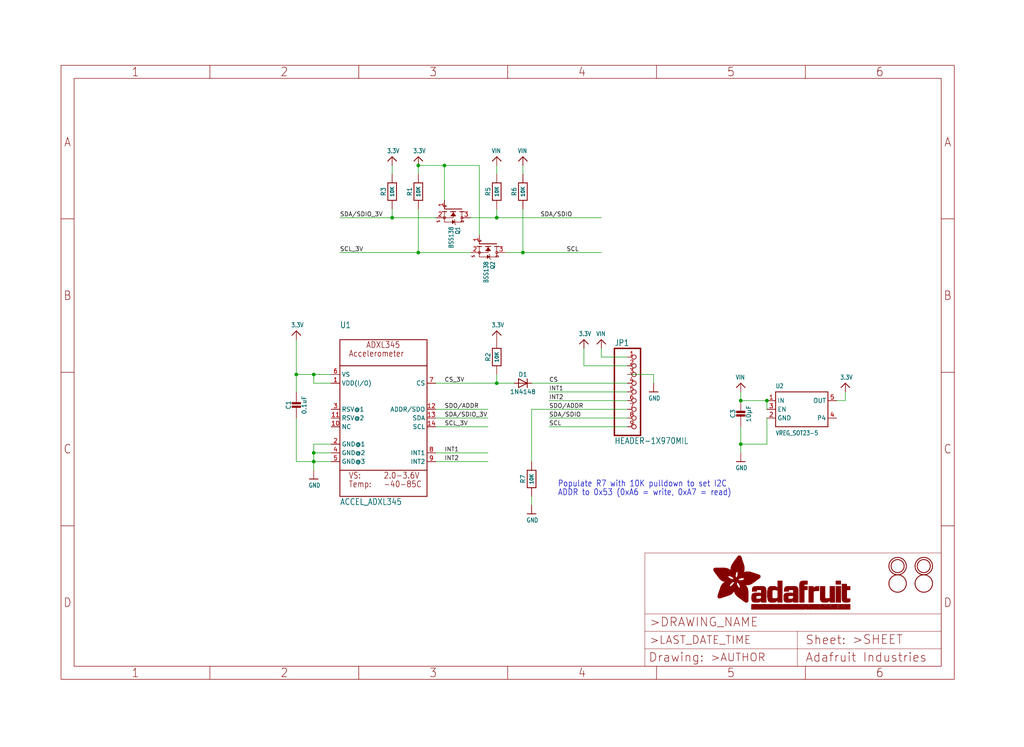
<source format=kicad_sch>
(kicad_sch (version 20211123) (generator eeschema)
  (paper "User" 298.45 217.881)
  (lib_symbols
    (symbol "schematicEagle-eagle-import:3.3V" (power)
      (property "Value" "3.3V" (at -1.524 1.016 0))
      (symbol "3.3V_1_0"
        (pin power_in line (at 0 -2.54 90) (length 2.54) (name "3.3V") (number "1"))
      )
    )
    (symbol "schematicEagle-eagle-import:ACCEL_ADXL345"
      (property "Reference" "U" (at -12.7 26.162 0))
      (property "Value" "ACCEL_ADXL345" (at -12.7 -25.4 0))
      (symbol "ACCEL_ADXL345_1_0"
        (text "-40-85C" (at 0 -20.32 0) (effects (font (size 1.778 1.5113)) (justify left bottom)))
        (text "2.0-3.6V" (at 0 -17.78 0) (effects (font (size 1.778 1.5113)) (justify left bottom)))
        (text "Accelerometer" (at -10.16 17.78 0) (effects (font (size 1.778 1.5113)) (justify left bottom)))
        (text "ADXL345" (at -5.08 20.32 0) (effects (font (size 1.778 1.5113)) (justify left bottom)))
        (text "Temp:" (at -10.16 -20.32 0) (effects (font (size 1.778 1.5113)) (justify left bottom)))
        (text "VS:" (at -10.16 -17.78 0) (effects (font (size 1.778 1.5113)) (justify left bottom)))
        (pin bidirectional line (at -15.24 10.16 0) (length 2.54) (name "VDD(I/O)") (number "1"))
        (pin bidirectional line (at -15.24 -2.54 0) (length 2.54) (name "NC") (number "10"))
        (pin bidirectional line (at -15.24 0 0) (length 2.54) (name "RSV@2") (number "11"))
        (pin bidirectional line (at 15.24 2.54 180) (length 2.54) (name "ADDR/SDO") (number "12"))
        (pin bidirectional line (at 15.24 0 180) (length 2.54) (name "SDA") (number "13"))
        (pin bidirectional line (at 15.24 -2.54 180) (length 2.54) (name "SCL") (number "14"))
        (pin bidirectional line (at -15.24 -7.62 0) (length 2.54) (name "GND@1") (number "2"))
        (pin bidirectional line (at -15.24 2.54 0) (length 2.54) (name "RSV@1") (number "3"))
        (pin bidirectional line (at -15.24 -10.16 0) (length 2.54) (name "GND@2") (number "4"))
        (pin bidirectional line (at -15.24 -12.7 0) (length 2.54) (name "GND@3") (number "5"))
        (pin bidirectional line (at -15.24 12.7 0) (length 2.54) (name "VS") (number "6"))
        (pin bidirectional line (at 15.24 10.16 180) (length 2.54) (name "CS") (number "7"))
        (pin bidirectional line (at 15.24 -10.16 180) (length 2.54) (name "INT1") (number "8"))
        (pin bidirectional line (at 15.24 -12.7 180) (length 2.54) (name "INT2") (number "9"))
      )
    )
    (symbol "schematicEagle-eagle-import:CAP_CERAMIC0805-NOOUTLINE"
      (property "Reference" "C" (at -2.29 1.25 90))
      (property "Value" "CAP_CERAMIC0805-NOOUTLINE" (at 2.3 1.25 90))
      (symbol "CAP_CERAMIC0805-NOOUTLINE_1_0"
        (pin passive line (at 0 5.08 270) (length 2.54) (name "1") (number "1"))
        (pin passive line (at 0 -2.54 90) (length 2.54) (name "2") (number "2"))
      )
    )
    (symbol "schematicEagle-eagle-import:DIODE_SOD323MINI"
      (property "Reference" "D" (at 0 2.54 0))
      (property "Value" "DIODE_SOD323MINI" (at 0 -2.5 0))
      (symbol "DIODE_SOD323MINI_1_0"
        (pin passive line (at -2.54 0 0) (length 2.54) (name "A") (number "A"))
        (pin passive line (at 2.54 0 180) (length 2.54) (name "C") (number "C"))
      )
    )
    (symbol "schematicEagle-eagle-import:FIDUCIAL")
    (symbol "schematicEagle-eagle-import:FRAME_A4_ADAFRUIT"
      (symbol "FRAME_A4_ADAFRUIT_0_0"
        (text "1" (at 21.6958 1.905 0) (effects (font (size 2.54 2.286))))
        (text "1" (at 21.6958 177.165 0) (effects (font (size 2.54 2.286))))
        (text "2" (at 65.0875 1.905 0) (effects (font (size 2.54 2.286))))
        (text "2" (at 65.0875 177.165 0) (effects (font (size 2.54 2.286))))
        (text "3" (at 108.4792 1.905 0) (effects (font (size 2.54 2.286))))
        (text "3" (at 108.4792 177.165 0) (effects (font (size 2.54 2.286))))
        (text "4" (at 151.8708 1.905 0) (effects (font (size 2.54 2.286))))
        (text "4" (at 151.8708 177.165 0) (effects (font (size 2.54 2.286))))
        (text "5" (at 195.2625 1.905 0) (effects (font (size 2.54 2.286))))
        (text "5" (at 195.2625 177.165 0) (effects (font (size 2.54 2.286))))
        (text "6" (at 238.6542 1.905 0) (effects (font (size 2.54 2.286))))
        (text "6" (at 238.6542 177.165 0) (effects (font (size 2.54 2.286))))
        (text "A" (at 1.905 156.6863 0) (effects (font (size 2.54 2.286))))
        (text "A" (at 258.445 156.6863 0) (effects (font (size 2.54 2.286))))
        (text "B" (at 1.905 111.9188 0) (effects (font (size 2.54 2.286))))
        (text "B" (at 258.445 111.9188 0) (effects (font (size 2.54 2.286))))
        (text "C" (at 1.905 67.1513 0) (effects (font (size 2.54 2.286))))
        (text "C" (at 258.445 67.1513 0) (effects (font (size 2.54 2.286))))
        (text "D" (at 1.905 22.3838 0) (effects (font (size 2.54 2.286))))
        (text "D" (at 258.445 22.3838 0) (effects (font (size 2.54 2.286))))
      )
      (symbol "FRAME_A4_ADAFRUIT_1_0"
        (text ">AUTHOR" (at 189.23 5.08 0) (effects (font (size 2.286 2.286)) (justify left bottom)))
        (text ">DRAWING_NAME" (at 171.45 15.24 0) (effects (font (size 2.54 2.54)) (justify left bottom)))
        (text ">LAST_DATE_TIME" (at 171.45 10.16 0) (effects (font (size 2.286 2.286)) (justify left bottom)))
        (text ">SHEET" (at 230.505 10.16 0) (effects (font (size 2.54 2.54)) (justify left bottom)))
        (text "Adafruit Industries" (at 216.916 4.953 0) (effects (font (size 2.54 2.54)) (justify left bottom)))
        (text "Drawing:" (at 171.196 4.953 0) (effects (font (size 2.54 2.54)) (justify left bottom)))
        (text "Sheet:" (at 216.916 10.033 0) (effects (font (size 2.54 2.54)) (justify left bottom)))
      )
    )
    (symbol "schematicEagle-eagle-import:GND" (power)
      (property "Value" "GND" (at -1.524 -2.54 0))
      (symbol "GND_1_0"
        (pin power_in line (at 0 2.54 270) (length 2.54) (name "GND") (number "1"))
      )
    )
    (symbol "schematicEagle-eagle-import:HEADER-1X970MIL"
      (property "Reference" "JP" (at -6.35 13.335 0))
      (property "Value" "HEADER-1X970MIL" (at -6.35 -15.24 0))
      (symbol "HEADER-1X970MIL_1_0"
        (pin passive inverted (at -2.54 10.16 0) (length 2.54) (name "1") (number "1"))
        (pin passive inverted (at -2.54 7.62 0) (length 2.54) (name "2") (number "2"))
        (pin passive inverted (at -2.54 5.08 0) (length 2.54) (name "3") (number "3"))
        (pin passive inverted (at -2.54 2.54 0) (length 2.54) (name "4") (number "4"))
        (pin passive inverted (at -2.54 0 0) (length 2.54) (name "5") (number "5"))
        (pin passive inverted (at -2.54 -2.54 0) (length 2.54) (name "6") (number "6"))
        (pin passive inverted (at -2.54 -5.08 0) (length 2.54) (name "7") (number "7"))
        (pin passive inverted (at -2.54 -7.62 0) (length 2.54) (name "8") (number "8"))
        (pin passive inverted (at -2.54 -10.16 0) (length 2.54) (name "9") (number "9"))
      )
    )
    (symbol "schematicEagle-eagle-import:MOSFET-NWIDE"
      (property "Reference" "Q" (at 5.08 0.635 0))
      (property "Value" "MOSFET-NWIDE" (at 5.08 -1.27 0))
      (symbol "MOSFET-NWIDE_1_0"
        (text "D" (at 3.175 3.175 0) (effects (font (size 0.8128 0.6908)) (justify left bottom)))
        (text "G" (at -1.27 -1.905 0) (effects (font (size 0.8128 0.6908)) (justify left bottom)))
        (text "S" (at 3.175 -3.81 0) (effects (font (size 0.8128 0.6908)) (justify left bottom)))
        (pin bidirectional line (at -2.54 -2.54 0) (length 2.54) (name "G") (number "1"))
        (pin bidirectional line (at 2.54 -5.08 90) (length 2.54) (name "S") (number "2"))
        (pin bidirectional line (at 2.54 5.08 270) (length 2.54) (name "D") (number "3"))
      )
    )
    (symbol "schematicEagle-eagle-import:MOUNTINGHOLE2.5")
    (symbol "schematicEagle-eagle-import:RESISTOR0805_NOOUTLINE"
      (property "Reference" "R" (at 0 2.54 0))
      (property "Value" "RESISTOR0805_NOOUTLINE" (at 0 0 0))
      (symbol "RESISTOR0805_NOOUTLINE_1_0"
        (pin passive line (at -5.08 0 0) (length 2.54) (name "1") (number "1"))
        (pin passive line (at 5.08 0 180) (length 2.54) (name "2") (number "2"))
      )
    )
    (symbol "schematicEagle-eagle-import:VIN" (power)
      (property "Value" "VIN" (at -1.524 1.016 0))
      (symbol "VIN_1_0"
        (pin power_in line (at 0 -2.54 90) (length 2.54) (name "VIN") (number "1"))
      )
    )
    (symbol "schematicEagle-eagle-import:VREG_SOT23-5"
      (property "Reference" "U" (at -7.62 6.096 0))
      (property "Value" "VREG_SOT23-5" (at -7.62 -7.62 0))
      (symbol "VREG_SOT23-5_1_0"
        (pin power_in line (at -10.16 2.54 0) (length 2.54) (name "IN") (number "1"))
        (pin power_in line (at -10.16 -2.54 0) (length 2.54) (name "GND") (number "2"))
        (pin input line (at -10.16 0 0) (length 2.54) (name "EN") (number "3"))
        (pin bidirectional line (at 10.16 -2.54 180) (length 2.54) (name "P4") (number "4"))
        (pin power_in line (at 10.16 2.54 180) (length 2.54) (name "OUT") (number "5"))
      )
    )
  )
  (junction (at 215.9 129.54))
  (junction (at 129.54 48.26))
  (junction (at 144.78 63.5))
  (junction (at 223.52 116.84))
  (junction (at 91.44 132.08))
  (junction (at 152.4 73.66))
  (junction (at 86.36 109.22))
  (junction (at 91.44 109.22))
  (junction (at 121.92 48.26))
  (junction (at 121.92 73.66))
  (junction (at 114.3 63.5))
  (junction (at 215.9 116.84))
  (junction (at 144.78 111.76))
  (junction (at 91.44 134.62))
  (wire (pts (xy 129.54 58.42) (xy 129.54 48.26)))
  (wire (pts (xy 91.44 111.76) (xy 91.44 109.22)))
  (wire (pts (xy 215.9 124.46) (xy 215.9 129.54)))
  (wire (pts (xy 91.44 134.62) (xy 91.44 137.16)))
  (wire (pts (xy 246.38 116.84) (xy 246.38 114.3)))
  (wire (pts (xy 182.88 114.3) (xy 160.02 114.3)))
  (wire (pts (xy 127 63.5) (xy 114.3 63.5)))
  (wire (pts (xy 144.78 63.5) (xy 175.26 63.5)))
  (wire (pts (xy 86.36 114.3) (xy 86.36 109.22)))
  (wire (pts (xy 182.88 109.22) (xy 190.5 109.22)))
  (wire (pts (xy 129.54 48.26) (xy 121.92 48.26)))
  (wire (pts (xy 154.94 144.78) (xy 154.94 147.32)))
  (wire (pts (xy 144.78 111.76) (xy 144.78 109.22)))
  (wire (pts (xy 152.4 73.66) (xy 175.26 73.66)))
  (wire (pts (xy 152.4 60.96) (xy 152.4 73.66)))
  (wire (pts (xy 127 121.92) (xy 142.24 121.92)))
  (wire (pts (xy 170.18 106.68) (xy 170.18 101.6)))
  (wire (pts (xy 127 132.08) (xy 142.24 132.08)))
  (wire (pts (xy 154.94 119.38) (xy 182.88 119.38)))
  (wire (pts (xy 144.78 48.26) (xy 144.78 50.8)))
  (wire (pts (xy 91.44 109.22) (xy 96.52 109.22)))
  (wire (pts (xy 175.26 104.14) (xy 175.26 101.6)))
  (wire (pts (xy 96.52 111.76) (xy 91.44 111.76)))
  (wire (pts (xy 137.16 63.5) (xy 144.78 63.5)))
  (wire (pts (xy 182.88 124.46) (xy 160.02 124.46)))
  (wire (pts (xy 152.4 48.26) (xy 152.4 50.8)))
  (wire (pts (xy 182.88 121.92) (xy 160.02 121.92)))
  (wire (pts (xy 139.7 48.26) (xy 129.54 48.26)))
  (wire (pts (xy 121.92 50.8) (xy 121.92 48.26)))
  (wire (pts (xy 144.78 60.96) (xy 144.78 63.5)))
  (wire (pts (xy 243.84 116.84) (xy 246.38 116.84)))
  (wire (pts (xy 139.7 68.58) (xy 139.7 48.26)))
  (wire (pts (xy 86.36 109.22) (xy 91.44 109.22)))
  (wire (pts (xy 127 111.76) (xy 144.78 111.76)))
  (wire (pts (xy 223.52 129.54) (xy 215.9 129.54)))
  (wire (pts (xy 114.3 63.5) (xy 99.06 63.5)))
  (wire (pts (xy 121.92 60.96) (xy 121.92 73.66)))
  (wire (pts (xy 182.88 104.14) (xy 175.26 104.14)))
  (wire (pts (xy 182.88 106.68) (xy 170.18 106.68)))
  (wire (pts (xy 147.32 73.66) (xy 152.4 73.66)))
  (wire (pts (xy 127 124.46) (xy 142.24 124.46)))
  (wire (pts (xy 91.44 134.62) (xy 86.36 134.62)))
  (wire (pts (xy 127 119.38) (xy 142.24 119.38)))
  (wire (pts (xy 121.92 73.66) (xy 99.06 73.66)))
  (wire (pts (xy 86.36 134.62) (xy 86.36 121.92)))
  (wire (pts (xy 182.88 116.84) (xy 160.02 116.84)))
  (wire (pts (xy 223.52 116.84) (xy 215.9 116.84)))
  (wire (pts (xy 114.3 60.96) (xy 114.3 63.5)))
  (wire (pts (xy 86.36 109.22) (xy 86.36 99.06)))
  (wire (pts (xy 154.94 111.76) (xy 182.88 111.76)))
  (wire (pts (xy 223.52 119.38) (xy 223.52 116.84)))
  (wire (pts (xy 154.94 119.38) (xy 154.94 134.62)))
  (wire (pts (xy 91.44 129.54) (xy 91.44 132.08)))
  (wire (pts (xy 137.16 73.66) (xy 121.92 73.66)))
  (wire (pts (xy 215.9 129.54) (xy 215.9 132.08)))
  (wire (pts (xy 144.78 111.76) (xy 149.86 111.76)))
  (wire (pts (xy 190.5 109.22) (xy 190.5 111.76)))
  (wire (pts (xy 223.52 121.92) (xy 223.52 129.54)))
  (wire (pts (xy 96.52 132.08) (xy 91.44 132.08)))
  (wire (pts (xy 127 134.62) (xy 142.24 134.62)))
  (wire (pts (xy 91.44 132.08) (xy 91.44 134.62)))
  (wire (pts (xy 114.3 50.8) (xy 114.3 48.26)))
  (wire (pts (xy 215.9 116.84) (xy 215.9 114.3)))
  (wire (pts (xy 96.52 129.54) (xy 91.44 129.54)))
  (wire (pts (xy 96.52 134.62) (xy 91.44 134.62)))
  (text "Populate R7 with 10K pulldown to set I2C" (at 162.56 142.24 180) (effects (font (size 1.778 1.5113)) (justify left bottom)))
  (text "ADDR to 0x53 (0xA6 = write, 0xA7 = read)" (at 162.56 144.78 180) (effects (font (size 1.778 1.5113)) (justify left bottom)))
  (label "SDA/SDIO_3V" (at 99.06 63.5 0) (effects (font (size 1.2446 1.2446))))
  (label "SCL" (at 165.1 73.66 0) (effects (font (size 1.2446 1.2446))))
  (label "INT1" (at 160.02 114.3 0) (effects (font (size 1.2446 1.2446))))
  (label "INT1" (at 129.54 132.08 0) (effects (font (size 1.2446 1.2446))))
  (label "SCL_3V" (at 129.54 124.46 0) (effects (font (size 1.2446 1.2446))))
  (label "SDO/ADDR" (at 160.02 119.38 0) (effects (font (size 1.2446 1.2446))))
  (label "SDA/SDIO" (at 160.02 121.92 0) (effects (font (size 1.2446 1.2446))))
  (label "SDO/ADDR" (at 129.54 119.38 0) (effects (font (size 1.2446 1.2446))))
  (label "SCL" (at 160.02 124.46 0) (effects (font (size 1.2446 1.2446))))
  (label "SDA/SDIO" (at 157.48 63.5 0) (effects (font (size 1.2446 1.2446))))
  (label "CS" (at 160.02 111.76 0) (effects (font (size 1.2446 1.2446))))
  (label "INT2" (at 129.54 134.62 0) (effects (font (size 1.2446 1.2446))))
  (label "CS_3V" (at 129.54 111.76 0) (effects (font (size 1.2446 1.2446))))
  (label "SCL_3V" (at 99.06 73.66 0) (effects (font (size 1.2446 1.2446))))
  (label "SDA/SDIO_3V" (at 129.54 121.92 0) (effects (font (size 1.2446 1.2446))))
  (label "INT2" (at 160.02 116.84 0) (effects (font (size 1.2446 1.2446))))
  (symbol (lib_id "schematicEagle-eagle-import:HEADER-1X970MIL") (at 185.42 114.3 0) (unit 1)
    (property "Reference" "JP1" (at 179.07 100.965 0) (effects (font (size 1.778 1.5113)) (justify left bottom)))
    (property "Value" "HEADER-1X970MIL" (at 179.07 129.54 0) (effects (font (size 1.778 1.5113)) (justify left bottom)))
    (property "Footprint" "schematicEagle:1X09_ROUND_70" (effects hide))
  )
  (symbol (lib_id "schematicEagle-eagle-import:GND") (at 154.94 149.86 0) (unit 1)
    (property "Reference" "#U$5" (effects hide))
    (property "Value" "GND" (at 153.416 152.4 0) (effects (font (size 1.27 1.0795)) (justify left bottom)))
    (property "Footprint" "schematicEagle:" (effects hide))
  )
  (symbol (lib_id "schematicEagle-eagle-import:MOSFET-NWIDE") (at 142.24 71.12 270) (unit 1)
    (property "Reference" "Q2" (at 142.875 76.2 0) (effects (font (size 1.27 1.0795)) (justify left bottom)))
    (property "Value" "BSS138" (at 140.97 76.2 0) (effects (font (size 1.27 1.0795)) (justify left bottom)))
    (property "Footprint" "schematicEagle:SOT23-WIDE" (effects hide))
  )
  (symbol (lib_id "schematicEagle-eagle-import:MOSFET-NWIDE") (at 132.08 60.96 270) (unit 1)
    (property "Reference" "Q1" (at 132.715 66.04 0) (effects (font (size 1.27 1.0795)) (justify left bottom)))
    (property "Value" "BSS138" (at 130.81 66.04 0) (effects (font (size 1.27 1.0795)) (justify left bottom)))
    (property "Footprint" "schematicEagle:SOT23-WIDE" (effects hide))
  )
  (symbol (lib_id "schematicEagle-eagle-import:3.3V") (at 121.92 45.72 0) (unit 1)
    (property "Reference" "#U$11" (effects hide))
    (property "Value" "3.3V" (at 120.396 44.704 0) (effects (font (size 1.27 1.0795)) (justify left bottom)))
    (property "Footprint" "schematicEagle:" (effects hide))
  )
  (symbol (lib_id "schematicEagle-eagle-import:FIDUCIAL") (at 269.24 170.18 0) (unit 1)
    (property "Reference" "U$1" (effects hide))
    (property "Value" "FIDUCIAL" (effects hide))
    (property "Footprint" "schematicEagle:FIDUCIAL_1MM" (effects hide))
  )
  (symbol (lib_id "schematicEagle-eagle-import:CAP_CERAMIC0805-NOOUTLINE") (at 86.36 119.38 0) (unit 1)
    (property "Reference" "C1" (at 84.07 118.13 90))
    (property "Value" "0.1uF" (at 88.66 118.13 90))
    (property "Footprint" "schematicEagle:0805-NO" (effects hide))
  )
  (symbol (lib_id "schematicEagle-eagle-import:3.3V") (at 144.78 96.52 0) (unit 1)
    (property "Reference" "#U$12" (effects hide))
    (property "Value" "3.3V" (at 143.256 95.504 0) (effects (font (size 1.27 1.0795)) (justify left bottom)))
    (property "Footprint" "schematicEagle:" (effects hide))
  )
  (symbol (lib_id "schematicEagle-eagle-import:FRAME_A4_ADAFRUIT") (at 17.78 198.12 0) (unit 1)
    (property "Reference" "#FRAME1" (effects hide))
    (property "Value" "FRAME_A4_ADAFRUIT" (effects hide))
    (property "Footprint" "schematicEagle:" (effects hide))
  )
  (symbol (lib_id "schematicEagle-eagle-import:3.3V") (at 114.3 45.72 0) (unit 1)
    (property "Reference" "#U$10" (effects hide))
    (property "Value" "3.3V" (at 112.776 44.704 0) (effects (font (size 1.27 1.0795)) (justify left bottom)))
    (property "Footprint" "schematicEagle:" (effects hide))
  )
  (symbol (lib_id "schematicEagle-eagle-import:GND") (at 190.5 114.3 0) (unit 1)
    (property "Reference" "#U$20" (effects hide))
    (property "Value" "GND" (at 188.976 116.84 0) (effects (font (size 1.27 1.0795)) (justify left bottom)))
    (property "Footprint" "schematicEagle:" (effects hide))
  )
  (symbol (lib_id "schematicEagle-eagle-import:VREG_SOT23-5") (at 233.68 119.38 0) (unit 1)
    (property "Reference" "U2" (at 226.06 113.284 0) (effects (font (size 1.27 1.0795)) (justify left bottom)))
    (property "Value" "VREG_SOT23-5" (at 226.06 127 0) (effects (font (size 1.27 1.0795)) (justify left bottom)))
    (property "Footprint" "schematicEagle:SOT23-5" (effects hide))
  )
  (symbol (lib_id "schematicEagle-eagle-import:RESISTOR0805_NOOUTLINE") (at 144.78 55.88 90) (unit 1)
    (property "Reference" "R5" (at 142.24 55.88 0))
    (property "Value" "10K" (at 144.78 55.88 0) (effects (font (size 1.016 1.016) bold)))
    (property "Footprint" "schematicEagle:0805-NO" (effects hide))
  )
  (symbol (lib_id "schematicEagle-eagle-import:3.3V") (at 246.38 111.76 0) (unit 1)
    (property "Reference" "#U$13" (effects hide))
    (property "Value" "3.3V" (at 244.856 110.744 0) (effects (font (size 1.27 1.0795)) (justify left bottom)))
    (property "Footprint" "schematicEagle:" (effects hide))
  )
  (symbol (lib_id "schematicEagle-eagle-import:CAP_CERAMIC0805-NOOUTLINE") (at 215.9 121.92 0) (unit 1)
    (property "Reference" "C3" (at 213.61 120.67 90))
    (property "Value" "10µF" (at 218.2 120.67 90))
    (property "Footprint" "schematicEagle:0805-NO" (effects hide))
  )
  (symbol (lib_id "schematicEagle-eagle-import:RESISTOR0805_NOOUTLINE") (at 152.4 55.88 90) (unit 1)
    (property "Reference" "R6" (at 149.86 55.88 0))
    (property "Value" "10K" (at 152.4 55.88 0) (effects (font (size 1.016 1.016) bold)))
    (property "Footprint" "schematicEagle:0805-NO" (effects hide))
  )
  (symbol (lib_id "schematicEagle-eagle-import:ACCEL_ADXL345") (at 111.76 121.92 0) (unit 1)
    (property "Reference" "U1" (at 99.06 95.758 0) (effects (font (size 1.778 1.5113)) (justify left bottom)))
    (property "Value" "ACCEL_ADXL345" (at 99.06 147.32 0) (effects (font (size 1.778 1.5113)) (justify left bottom)))
    (property "Footprint" "schematicEagle:LGA14" (effects hide))
  )
  (symbol (lib_id "schematicEagle-eagle-import:GND") (at 91.44 139.7 0) (unit 1)
    (property "Reference" "#U$2" (effects hide))
    (property "Value" "GND" (at 89.916 142.24 0) (effects (font (size 1.27 1.0795)) (justify left bottom)))
    (property "Footprint" "schematicEagle:" (effects hide))
  )
  (symbol (lib_id "schematicEagle-eagle-import:VIN") (at 152.4 45.72 0) (unit 1)
    (property "Reference" "#U$17" (effects hide))
    (property "Value" "VIN" (at 150.876 44.704 0) (effects (font (size 1.27 1.0795)) (justify left bottom)))
    (property "Footprint" "schematicEagle:" (effects hide))
  )
  (symbol (lib_id "schematicEagle-eagle-import:RESISTOR0805_NOOUTLINE") (at 154.94 139.7 90) (unit 1)
    (property "Reference" "R7" (at 152.4 139.7 0))
    (property "Value" "10K" (at 154.94 139.7 0) (effects (font (size 1.016 1.016) bold)))
    (property "Footprint" "schematicEagle:0805-NO" (effects hide))
  )
  (symbol (lib_id "schematicEagle-eagle-import:VIN") (at 175.26 99.06 0) (unit 1)
    (property "Reference" "#U$18" (effects hide))
    (property "Value" "VIN" (at 173.736 98.044 0) (effects (font (size 1.27 1.0795)) (justify left bottom)))
    (property "Footprint" "schematicEagle:" (effects hide))
  )
  (symbol (lib_id "schematicEagle-eagle-import:FIDUCIAL") (at 261.62 170.18 0) (unit 1)
    (property "Reference" "U$3" (effects hide))
    (property "Value" "FIDUCIAL" (effects hide))
    (property "Footprint" "schematicEagle:FIDUCIAL_1MM" (effects hide))
  )
  (symbol (lib_id "schematicEagle-eagle-import:3.3V") (at 170.18 99.06 0) (unit 1)
    (property "Reference" "#U$19" (effects hide))
    (property "Value" "3.3V" (at 168.656 98.044 0) (effects (font (size 1.27 1.0795)) (justify left bottom)))
    (property "Footprint" "schematicEagle:" (effects hide))
  )
  (symbol (lib_id "schematicEagle-eagle-import:RESISTOR0805_NOOUTLINE") (at 144.78 104.14 90) (unit 1)
    (property "Reference" "R2" (at 142.24 104.14 0))
    (property "Value" "10K" (at 144.78 104.14 0) (effects (font (size 1.016 1.016) bold)))
    (property "Footprint" "schematicEagle:0805-NO" (effects hide))
  )
  (symbol (lib_id "schematicEagle-eagle-import:DIODE_SOD323MINI") (at 152.4 111.76 0) (unit 1)
    (property "Reference" "D1" (at 152.4 109.22 0))
    (property "Value" "1N4148" (at 152.4 114.26 0))
    (property "Footprint" "schematicEagle:SOD-323_MINI" (effects hide))
  )
  (symbol (lib_id "schematicEagle-eagle-import:RESISTOR0805_NOOUTLINE") (at 121.92 55.88 90) (unit 1)
    (property "Reference" "R1" (at 119.38 55.88 0))
    (property "Value" "10K" (at 121.92 55.88 0) (effects (font (size 1.016 1.016) bold)))
    (property "Footprint" "schematicEagle:0805-NO" (effects hide))
  )
  (symbol (lib_id "schematicEagle-eagle-import:GND") (at 215.9 134.62 0) (unit 1)
    (property "Reference" "#U$15" (effects hide))
    (property "Value" "GND" (at 214.376 137.16 0) (effects (font (size 1.27 1.0795)) (justify left bottom)))
    (property "Footprint" "schematicEagle:" (effects hide))
  )
  (symbol (lib_id "schematicEagle-eagle-import:MOUNTINGHOLE2.5") (at 269.24 165.1 0) (unit 1)
    (property "Reference" "U$4" (effects hide))
    (property "Value" "MOUNTINGHOLE2.5" (effects hide))
    (property "Footprint" "schematicEagle:MOUNTINGHOLE_2.5_PLATED" (effects hide))
  )
  (symbol (lib_id "schematicEagle-eagle-import:MOUNTINGHOLE2.5") (at 261.62 165.1 0) (unit 1)
    (property "Reference" "U$6" (effects hide))
    (property "Value" "MOUNTINGHOLE2.5" (effects hide))
    (property "Footprint" "schematicEagle:MOUNTINGHOLE_2.5_PLATED" (effects hide))
  )
  (symbol (lib_id "schematicEagle-eagle-import:VIN") (at 144.78 45.72 0) (unit 1)
    (property "Reference" "#U$16" (effects hide))
    (property "Value" "VIN" (at 143.256 44.704 0) (effects (font (size 1.27 1.0795)) (justify left bottom)))
    (property "Footprint" "schematicEagle:" (effects hide))
  )
  (symbol (lib_id "schematicEagle-eagle-import:RESISTOR0805_NOOUTLINE") (at 114.3 55.88 90) (unit 1)
    (property "Reference" "R3" (at 111.76 55.88 0))
    (property "Value" "10K" (at 114.3 55.88 0) (effects (font (size 1.016 1.016) bold)))
    (property "Footprint" "schematicEagle:0805-NO" (effects hide))
  )
  (symbol (lib_id "schematicEagle-eagle-import:VIN") (at 215.9 111.76 0) (unit 1)
    (property "Reference" "#U$14" (effects hide))
    (property "Value" "VIN" (at 214.376 110.744 0) (effects (font (size 1.27 1.0795)) (justify left bottom)))
    (property "Footprint" "schematicEagle:" (effects hide))
  )
  (symbol (lib_id "schematicEagle-eagle-import:3.3V") (at 86.36 96.52 0) (unit 1)
    (property "Reference" "#U$9" (effects hide))
    (property "Value" "3.3V" (at 84.836 95.504 0) (effects (font (size 1.27 1.0795)) (justify left bottom)))
    (property "Footprint" "schematicEagle:" (effects hide))
  )
)
</source>
